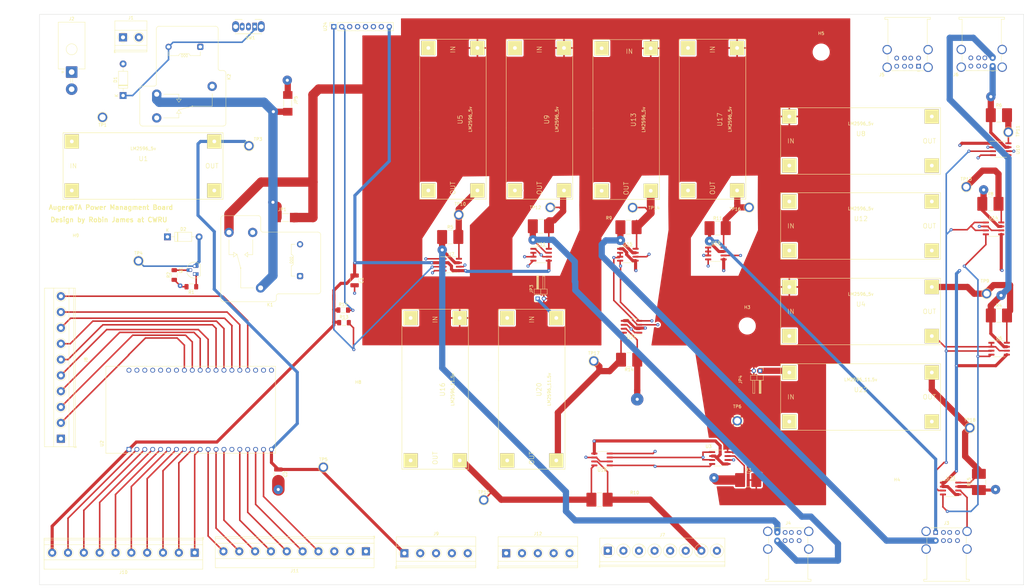
<source format=kicad_pcb>
(kicad_pcb (version 20221018) (generator pcbnew)
  (layers (0 "F.Cu" signal) (1 "In1.Cu" signal) (2 "In2.Cu" signal) (31 "B.Cu" signal) (34 "B.Paste" user) (35 "F.Paste" user) (36 "B.SilkS" user "B.Silkscreen") (37 "F.SilkS" user "F.Silkscreen") (38 "B.Mask" user) (39 "F.Mask" user) (44 "Edge.Cuts" user))
  (net 0 "")
  (net 1 "/power_conversion/3v3")
  (net 2 "-BATT")
  (net 3 "Net-(C2-Pad1)")
  (net 4 "+BATT")
  (net 5 "/power_conversion/N4")
  (net 8 "/power_conversion/N3")
  (net 11 "/power_conversion/N1")
  (net 14 "/power_conversion/N2")
  (net 17 "/power_conversion/netpw")
  (net 20 "/power_conversion/pi3")
  (net 23 "/power_conversion/pi2")
  (net 26 "/power_conversion/pi1")
  (net 29 "/power_conversion/routerp")
  (net 30 "/power_conversion/spare1")
  (net 31 "/power_conversion/spare2")
  (net 32 "Net-(J8-Pad1)")
  (net 33 "Net-(J8-Pad2)")
  (net 34 "Net-(J8-Pad3)")
  (net 35 "Net-(J8-Pad4)")
  (net 36 "Net-(J8-Pad5)")
  (net 37 "Net-(J8-Pad6)")
  (net 38 "Net-(J8-Pad7)")
  (net 39 "Net-(J8-Pad8)")
  (net 40 "Net-(J8-Pad9)")
  (net 41 "Net-(J8-Pad10)")
  (net 42 "Net-(J10-Pad1)")
  (net 43 "Net-(J10-Pad2)")
  (net 44 "Net-(J10-Pad3)")
  (net 45 "Net-(J10-Pad4)")
  (net 46 "Net-(J10-Pad5)")
  (net 47 "Net-(J10-Pad6)")
  (net 48 "Net-(J10-Pad7)")
  (net 49 "Net-(J10-Pad8)")
  (net 50 "Net-(J10-Pad9)")
  (net 51 "Net-(J11-Pad1)")
  (net 52 "Net-(J11-Pad3)")
  (net 53 "Net-(J11-Pad4)")
  (net 54 "Net-(J11-Pad5)")
  (net 55 "Net-(J11-Pad6)")
  (net 56 "Net-(J11-Pad7)")
  (net 57 "Net-(J11-Pad8)")
  (net 58 "Net-(J11-Pad9)")
  (net 59 "Net-(J11-Pad10)")
  (net 60 "Net-(JP3-Pad1)")
  (net 61 "Net-(JP4-Pad1)")
  (net 62 "Net-(R4-Pad2)")
  (net 63 "Net-(R5-Pad2)")
  (net 64 "Net-(R6-Pad2)")
  (net 65 "Net-(R7-Pad2)")
  (net 66 "Net-(R8-Pad2)")
  (net 67 "Net-(R9-Pad2)")
  (net 68 "Net-(R10-Pad2)")
  (net 69 "Net-(R11-Pad2)")
  (net 70 "/power_conversion/SCL")
  (net 71 "/power_conversion/SDA")
  (net 72 "Net-(R14-Pad2)")
  (net 73 "Net-(R15-Pad2)")
  (net 80 "Net-(JP1-Pad1)")
  (net 81 "Net-(J11-Pad2)")
  (net 82 "/power_conversion/Buck in")
  (net 83 "Net-(D1-Pad1)")
  (net 84 "Net-(D2-Pad2)")
  (net 87 "Net-(Q1-Pad2)")
  (net 88 "Net-(R1-Pad2)")
  (footprint "Package_SO:SOIC-8_3.9x4.9mm_P1.27mm" (layer "F.Cu") (at 355.229026 108.03)
    (fp_text reference "U14")
    (fp_text value "INA219AxD")
  )
  (footprint "TerminalBlock_Phoenix:TerminalBlock_Phoenix_MKDS-1,5-10-5.08_1x10_P5.08mm_Horizontal" (layer "F.Cu") (at 98.9076 212.0898 180)
    (fp_text reference "J10")
    (fp_text value "Screw_Terminal_01x10")
  )
  (footprint "TestPoint:TestPoint_Plated_Hole_D2.0mm" (layer "F.Cu") (at 272.9992 169.7736)
    (fp_text reference "TP6")
    (fp_text value "TestPoint")
  )
  (footprint "cit:JUMPER_5102TR" (layer "F.Cu") (at 128.778 67.9196 -90)
    (fp_text reference "JP5")
    (fp_text value "Jumper_2_Open")
  )
  (footprint "Diode_THT:D_DO-41_SOD81_P10.16mm_Horizontal" (layer "F.Cu") (at 75.946 65.405 90)
    (fp_text reference "D1")
    (fp_text value "1N4007")
  )
  (footprint "Connector_Molex:Molex_Mega-Fit_76825-0002_2x01_P5.70mm_Horizontal" (layer "F.Cu") (at 59.436 57.869)
    (fp_text reference "J2")
    (fp_text value "0ZCF0200AF2C")
  )
  (footprint "lm2596:DC_DC_LM2596_small" (layer "F.Cu") (at 312.557026 80)
    (fp_text reference "U8")
    (fp_text value "LM2596_5v")
  )
  (footprint "TerminalBlock_Phoenix:TerminalBlock_Phoenix_MKDS-1,5-5-5.08_1x05_P5.08mm_Horizontal" (layer "F.Cu") (at 166.196026 212.261)
    (fp_text reference "J9")
    (fp_text value "5v block")
  )
  (footprint "MountingHole:MountingHole_5mm" (layer "F.Cu") (at 276.1996 139.3444)
    (fp_text reference "H3")
    (fp_text value "MountingHole")
  )
  (footprint "Resistor_SMD:R_2816_7142Metric_Pad3.20x4.45mm_HandSolder" (layer "F.Cu") (at 350.52 189.3824 90)
    (fp_text reference "R15")
    (fp_text value "0.1")
  )
  (footprint "TestPoint:TestPoint_Plated_Hole_D2.0mm" (layer "F.Cu") (at 353.0092 128.9812)
    (fp_text reference "TP9")
    (fp_text value "TestPoint")
  )
  (footprint "MountingHole:MountingHole_5mm" (layer "F.Cu") (at 299.9232 51.4604)
    (fp_text reference "H5")
    (fp_text value "MountingHole")
  )
  (footprint "Resistor_SMD:R_2816_7142Metric_Pad3.20x4.45mm_HandSolder" (layer "F.Cu") (at 276.5044 188.7728)
    (fp_text reference "R3")
    (fp_text value "0.1")
  )
  (footprint "Package_SO:SOIC-8_3.9x4.9mm_P1.27mm" (layer "F.Cu") (at 267.4112 181.7116)
    (fp_text reference "U3")
    (fp_text value "INA219AxD")
  )
  (footprint "Relay_THT:Relay_SPDT_RAYEX-L90S" (layer "F.Cu") (at 135.257 118.229 180)
    (fp_text reference "K1")
    (fp_text value "J107F1CS203VDC.80")
  )
  (footprint "lm2596:DC_DC_LM2596_small" (layer "F.Cu") (at 209.527692 73 -90)
    (fp_text reference "U9")
    (fp_text value "LM2596_5v")
  )
  (footprint "TestPoint:TestPoint_Plated_Hole_D2.0mm" (layer "F.Cu") (at 213.0044 101.2952)
    (fp_text reference "TP12")
    (fp_text value "TestPoint")
  )
  (footprint "lm2596:DC_DC_LM2596_small" (layer "F.Cu") (at 312.557026 107.268)
    (fp_text reference "U12")
    (fp_text value "LM2596_5v")
  )
  (footprint "Resistor_SMD:R_2816_7142Metric_Pad3.20x4.45mm_HandSolder" (layer "F.Cu") (at 209.998 107.3404)
    (fp_text reference "R7")
    (fp_text value "0.1")
  )
  (footprint "Capacitor_SMD:C_1210_3225Metric_Pad1.33x2.70mm_HandSolder" (layer "F.Cu") (at 150.2156 124.714 -90)
    (fp_text reference "C1")
    (fp_text value "0.1uF")
  )
  (footprint "Resistor_SMD:R_1206_3216Metric_Pad1.30x1.75mm_HandSolder" (layer "F.Cu") (at 97.8408 126.746 180)
    (fp_text reference "R1")
    (fp_text value "1k")
  )
  (footprint "lm2596:DC_DC_LM2596_small" (layer "F.Cu") (at 312.557026 134.7)
    (fp_text reference "U4")
    (fp_text value "LM2596_5v")
  )
  (footprint "TestPoint:TestPoint_Plated_Hole_D2.0mm" (layer "F.Cu") (at 116.332 81.534)
    (fp_text reference "TP3")
    (fp_text value "TestPoint")
  )
  (footprint "Resistor_SMD:R_2816_7142Metric_Pad3.20x4.45mm_HandSolder" (layer "F.Cu") (at 180.8988 110.7948)
    (fp_text reference "R5")
    (fp_text value "0.1")
  )
  (footprint "TestPoint:TestPoint_Plated_Hole_D2.0mm" (layer "F.Cu") (at 140.208 184.658)
    (fp_text reference "TP5")
    (fp_text value "TestPoint")
  )
  (footprint "Resistor_SMD:R_1206_3216Metric_Pad1.30x1.75mm_HandSolder" (layer "F.Cu") (at 92.3544 122.9868 90)
    (fp_text reference "R2")
    (fp_text value "1k")
  )
  (footprint "lm2596:DC_DC_LM2596_small" (layer "F.Cu") (at 181.757026 73 -90)
    (fp_text reference "U5")
    (fp_text value "LM2596_5v")
  )
  (footprint "TestPoint:TestPoint_Plated_Hole_D2.0mm" (layer "F.Cu") (at 276.8092 101.2952)
    (fp_text reference "TP16")
    (fp_text value "TestPoint")
  )
  (footprint "MountingHole:MountingHole_5mm" (layer "F.Cu") (at 324.2564 194.6656)
    (fp_text reference "H4")
    (fp_text value "MountingHole")
  )
  (footprint "Resistor_SMD:R_2816_7142Metric_Pad3.20x4.45mm_HandSolder" (layer "F.Cu") (at 356.947026 71.708)
    (fp_text reference "R6")
    (fp_text value "0.1")
  )
  (footprint "lm2596:DC_DC_LM2596_small" (layer "F.Cu") (at 207.057026 159.632 -90)
    (fp_text reference "U20")
    (fp_text value "LM2596_11.5v")
  )
  (footprint "Package_SO:SOIC-8_3.9x4.9mm_P1.27mm" (layer "F.Cu") (at 357.515026 82.63)
    (fp_text reference "U10")
    (fp_text value "INA219AxD")
  )
  (footprint "TestPoint:TestPoint_Plated_Hole_D2.0mm" (layer "F.Cu") (at 191.6684 195.1736)
    (fp_text reference "TP15")
    (fp_text value "TestPoint")
  )
  (footprint "TestPoint:TestPoint_Plated_Hole_D2.0mm" (layer "F.Cu") (at 69.342 72.39 180)
    (fp_text reference "TP1")
    (fp_text value "TestPoint")
  )
  (footprint "lm2596:DC_DC_LM2596_small" (layer "F.Cu") (at 237.357026 73.1 -90)
    (fp_text reference "U13")
    (fp_text value "LM2596_5v")
  )
  (footprint "Package_SO:SOIC-8_3.9x4.9mm_P1.27mm" (layer "F.Cu") (at 237.8964 116.4844)
    (fp_text reference "U15")
    (fp_text value "INA219AxD")
  )
  (footprint "Relay_THT:Relay_SPDT_RAYEX-L90S" (layer "F.Cu") (at 95.623 47.242 -90)
    (fp_text reference "K2")
    (fp_text value "J107F1CS203VDC.80")
  )
  (footprint "TerminalBlock_Phoenix:TerminalBlock_Phoenix_MKDS-1,5-10-5.08_1x10_P5.08mm_Horizontal" (layer "F.Cu") (at 55.9818 175.514 90)
    (fp_text reference "J8")
    (fp_text value "Screw_Terminal_01x10")
  )
  (footprint "Package_SO:SOIC-8_3.9x4.9mm_P1.27mm" (layer "F.Cu") (at 181.2128 119.6848)
    (fp_text reference "U7")
    (fp_text value "INA219AxD")
  )
  (footprint "TerminalBlock_Phoenix:TerminalBlock_Phoenix_MKDS-1,5-2-5.08_1x02_P5.08mm_Horizontal" (layer "F.Cu") (at 75.912026 46.7362)
    (fp_text reference "J1")
    (fp_text value "Image shown is a representation only. Exact specifications should be obtained from the product data sheet.")
  )
  (footprint "TestPoint:TestPoint_Plated_Hole_D2.0mm" (layer "F.Cu") (at 226.9744 150.5712)
    (fp_text reference "TP17")
    (fp_text value "TestPoint")
  )
  (footprint "Resistor_SMD:R_2816_7142Metric_Pad3.20x4.45mm_HandSolder" (layer "F.Cu") (at 356.947026 135.97)
    (fp_text reference "R4")
    (fp_text value "0.1")
  )
  (footprint "TestPoint:TestPoint_Plated_Hole_D2.0mm" (layer "F.Cu") (at 346.465026 94.706)
    (fp_text reference "TP13")
    (fp_text value "TestPoint")
  )
  (footprint "Resistor_SMD:R_2816_7142Metric_Pad3.20x4.45mm_HandSolder" (layer "F.Cu") (at 228.8032 195.072 180)
    (fp_text reference "R10")
    (fp_text value "0.1")
  )
  (footprint "Capacitor_SMD:C_1210_3225Metric_Pad1.33x2.70mm_HandSolder" (layer "F.Cu") (at 125.75 186.94 -90)
    (fp_text reference "C2")
    (fp_text value "0.1")
  )
  (footprint "Connector_USB:USB_A_Wuerth_61400826021_Horizontal_Stacked" (layer "F.Cu") (at 354.9344 55.9528 180)
    (fp_text reference "J6")
    (fp_text value "USB_A_Stacked")
  )
  (footprint "Connector_PinHeader_2.00mm:PinHeader_1x02_P2.00mm_Horizontal" (layer "F.Cu") (at 208.9404 130.556 90)
    (fp_text reference "JP3")
    (fp_text value "Jumper_2_Open")
  )
  (footprint "lm2596:DC_DC_LM2596_small" (layer "F.Cu") (at 265.069026 73 -90)
    (fp_text reference "U17")
    (fp_text value "LM2596_5v")
  )
  (footprint "Package_SO:SOIC-8_3.9x4.9mm_P1.27mm" (layer "F.Cu") (at 229.616 182.1688 180)
    (fp_text reference "U18")
    (fp_text value "INA219AxD")
  )
  (footprint "MountingHole:MountingHole_5mm" (layer "F.Cu") (at 60.7568 116.332)
    (fp_text reference "H9")
    (fp_text value "MountingHole")
  )
  (footprint "Resistor_SMD:R_1206_3216Metric_Pad1.30x1.75mm_HandSolder" (layer "F.Cu") (at 146.812 138.2776)
    (fp_text reference "R13")
    (fp_text value "5k")
  )
  (footprint "Connector_USB:USB_A_Wuerth_61400826021_Horizontal_Stacked" (layer "F.Cu") (at 336.653026 205.584)
    (fp_text reference "J3")
    (fp_text value "USB_A_Stacked")
  )
  (footprint "Resistor_SMD:R_2816_7142Metric_Pad3.20x4.45mm_HandSolder" (layer "F.Cu") (at 354.213026 100.156)
    (fp_text reference "R8")
    (fp_text value "0.1")
  )
  (footprint "Package_SO:SOIC-8_3.9x4.9mm_P1.27mm" (layer "F.Cu") (at 266.1412 116.078)
    (fp_text reference "U19")
    (fp_text value "INA219AxD")
  )
  (footprint "Resistor_SMD:R_2816_7142Metric_Pad3.20x4.45mm_HandSolder" (layer "F.Cu") (at 238.3028 150.1648 180)
    (fp_text reference "R14")
    (fp_text value "0.1")
  )
  (footprint "Package_SO:SOIC-8_3.9x4.9mm_P1.27mm" (layer "F.Cu") (at 357.007026 146.638)
    (fp_text reference "U6")
    (fp_text value "INA219AxD")
  )
  (footprint "Connector_USB:USB_A_Wuerth_61400826021_Horizontal_Stacked" (layer "F.Cu") (at 331.16 56.0036 180)
    (fp_text reference "J5")
    (fp_text value "USB_A_Stacked")
  )
  (footprint "Package_TO_SOT_THT:TO-92_HandSolder" (layer "F.Cu") (at 98.8568 122.682 90)
    (fp_text reference "Q1")
    (fp_text value "2N3904")
  )
  (footprint "Button_Switch_THT:SW_CuK_OS102011MA1QN1_SPDT_Angled" (layer "F.Cu") (at 118.157026 43.3 180)
    (fp_text reference "SW1")
    (fp_text value "SW_SPDT")
  )
  (footprint "TestPoint:TestPoint_Plated_Hole_D2.0mm" (layer "F.Cu") (at 347.6244 172.0088)
    (fp_text reference "TP18")
    (fp_text value "TestPoint")
  )
  (footprint "Connector_PinHeader_2.00mm:PinHeader_1x02_P2.00mm_Horizontal" (layer "F.Cu") (at 280.3144 153.7208 -90)
    (fp_text reference "JP4")
    (fp_text value "Jumper_2_Open")
  )
  (footprint "Resistor_SMD:R_1206_3216Metric_Pad1.30x1.75mm_HandSolder" (layer "F.Cu") (at 146.558 134.239)
    (fp_text reference "R12")
    (fp_text value "5k")
  )
  (footprint "Package_SO:SOIC-8_3.9x4.9mm_P1.27mm" (layer "F.Cu") (at 210.058 116.4844)
    (fp_text reference "U11")
    (fp_text value "INA219AxD")
  )
  (footprint "Connector_PinSocket_2.54mm:PinSocket_1x08_P2.54mm_Vertical" (layer "F.Cu") (at 143.557026 43.3 90)
    (fp_text reference "U24")
    (fp_text value "MCP9808_MSOP")
  )
  (footprint "TerminalBlock_Phoenix:TerminalBlock_Phoenix_MKDS-1,5-5-5.08_1x05_P5.08mm_Horizontal" (layer "F.Cu") (at 198.851526 212.261)
    (fp_text reference "J12")
    (fp_text value "gnd block")
  )
  (footprint "libary:MODULE_ESP32-DEVKITC-32D" (layer "F.Cu") (at 97.583026 166.236 90)
    (fp_text reference "U2")
    (fp_text value "ESP32-DEVKITC-32D")
  )
  (footprint "Resistor_SMD:R_2816_7142Metric_Pad3.20x4.45mm_HandSolder" (layer "F.Cu") (at 238.0996 107.6452)
    (fp_text reference "R9")
    (fp_text value "0.1")
  )
  (footprint "Diode_THT:D_DO-41_SOD81_P10.16mm_Horizontal" (layer "F.Cu") (at 90.17 110.744)
    (fp_text reference "D2")
    (fp_text value "1N4007")
  )
  (footprint "Package_SO:SOIC-8_3.9x4.9mm_P1.27mm" (layer "F.Cu") (at 239.0648 139.5984 180)
    (fp_text reference "U21")
    (fp_text value "INA219AxD")
  )
  (footprint "lm2596:DC_DC_LM2596_small" (layer "F.Cu") (at 312.557026 162.132)
    (fp_text reference "U22")
    (fp_text value "LM2596_11.5v")
  )
  (footprint "TestPoint:TestPoint_Plated_Hole_D2.0mm" (layer "F.Cu") (at 183.642 103.6828)
    (fp_text reference "TP10")
    (fp_text value "TestPoint")
  )
  (footprint "Connector_USB:USB_A_Wuerth_61400826021_Horizontal_Stacked" (layer "F.Cu") (at 285.853026 205.584)
    (fp_text reference "J4")
    (fp_text value "USB_A_Stacked")
  )
  (footprint "Resistor_SMD:R_2816_7142Metric_Pad3.20x4.45mm_HandSolder" (layer "F.Cu") (at 266.7 107.95)
    (fp_text reference "R11")
    (fp_text value "0.1")
  )
  (footprint "TerminalBlock_Phoenix:TerminalBlock_Phoenix_MKDS-1,5-10-5.08_1x10_P5.08mm_Horizontal" (layer "F.Cu") (at 153.860526 211.651 180)
    (fp_text reference "J11")
    (fp_text value "Screw_Terminal_01x10")
  )
  (footprint "lm2596:DC_DC_LM2596_small" (layer "F.Cu") (at 176.069026 159.632 -90)
    (fp_text reference "U16")
    (fp_text value "LM2596_11.5v")
  )
  (footprint "cit:JUMPER_5102TR" (layer "F.Cu") (at 128.016 104.5464)
    (fp_text reference "JP1")
    (fp_text value "Jumper_2_Open")
  )
  (footprint "lm2596:DC_DC_LM2596_small" (layer "F.Cu") (at 82.343026 88.004)
    (fp_text reference "U1")
    (fp_text value "LM2596_5v")
  )
  (footprint "TestPoint:TestPoint_Plated_Hole_D2.0mm" (layer "F.Cu") (at 239.4204 101.346)
    (fp_text reference "TP14")
    (fp_text value "TestPoint")
  )
  (footprint "MountingHole:MountingHole_5mm" (layer "F.Cu") (at 151.384 163.3728)
    (fp_text reference "H8")
    (fp_text value "MountingHole")
  )
  (footprint "TestPoint:TestPoint_Plated_Hole_D2.0mm" (layer "F.Cu") (at 80.8736 118.4656)
    (fp_text reference "TP4")
    (fp_text value "TestPoint")
  )
  (footprint "TestPoint:TestPoint_Plated_Hole_D2.0mm" (layer "F.Cu") (at 359.9688 77.1652)
    (fp_text reference "TP11")
    (fp_text value "TestPoint")
  )
  (footprint "TerminalBlock_Phoenix:TerminalBlock_Phoenix_PT-1,5-8-5.0-H_1x08_P5.00mm_Horizontal" (layer "F.Cu") (at 231.467026 211.456)
    (fp_text reference "J7")
    (fp_text value "Screw_Terminal_01x08")
  )
  (footprint "Package_SO:SOIC-8_3.9x4.9mm_P1.27mm" (layer "F.Cu") (at 341.457026 191.5)
    (fp_text reference "U23")
    (fp_text value "INA219AxD")
  )
  (gr_rect (start 49.1108 39.37) (end 364.9472 222.37) (stroke (width 0.1)) (fill none) (layer "Edge.Cuts"))
  (gr_text "Design by Robin James at CWRU\n" (at 71.374 105.2576) (layer "F.SilkS") (effects (font (size 1.5 1.5) (thickness 0.3))))
  (gr_text "Auger@TA Power Managment Board" (at 72.0344 101.2952) (layer "F.SilkS") (effects (font (size 1.5 1.5) (thickness 0.3))))
  (segment (start 345.0806 80.725) (end 344.424 81.3816) (width 1) (layer "F.Cu") (net 1))
  (segment (start 227.076 176.276) (end 227.141 176.341) (width 1) (layer "F.Cu") (net 1))
  (segment (start 227.1268 176.2252) (end 265.9888 176.2252) (width 1) (layer "F.Cu") (net 1))
  (segment (start 268.6812 117.9464) (end 268.667 117.9322) (width 1) (layer "F.Cu") (net 1))
  (segment (start 150.2156 123.1515) (end 150.2156 119.126) (width 1) (layer "F.Cu") (net 1))
  (segment (start 355.040026 80.725) (end 355.947108 80.725) (width 1) (layer "F.Cu") (net 1))
  (segment (start 106.035698 176.577328) (end 143.553026 139.06) (width 1) (layer "F.Cu") (net 1))
  (segment (start 265.9888 176.2252) (end 267.5128 177.7492) (width 1) (layer "F.Cu") (net 1))
  (segment (start 357.704026 121.280826) (end 357.9368 121.5136) (width 1) (layer "F.Cu") (net 1))
  (segment (start 240.3714 118.3894) (end 239.464318 118.3894) (width 1) (layer "F.Cu") (net 1))
  (segment (start 343.024944 193.405) (end 343.932026 193.405) (width 1) (layer "F.Cu") (net 1))
  (segment (start 178.7378 119.0498) (end 180.240718 119.0498) (width 1) (layer "F.Cu") (net 1))
  (segment (start 145.008 134.239) (end 143.723052 134.239) (width 1) (layer "F.Cu") (net 1))
  (segment (start 53.1876 203.571426) (end 77.823026 178.936) (width 1) (layer "F.Cu") (net 1))
  (segment (start 240.214035 140.0048) (end 237.851835 137.6426) (width 0.8) (layer "F.Cu") (net 1))
  (segment (start 143.723052 134.239) (end 143.553026 134.068974) (width 1) (layer "F.Cu") (net 1))
  (segment (start 268.6304 121.5644) (end 268.6304 118.3132) (width 1) (layer "F.Cu") (net 1))
  (segment (start 143.553026 129.406) (end 143.553026 134.068974) (width 1) (layer "F.Cu") (net 1))
  (segment (start 185.801 121.5898) (end 185.8264 121.5644) (width 1) (layer "F.Cu") (net 1))
  (segment (start 358.315026 83.767082) (end 359.082944 84.535) (width 1) (layer "F.Cu") (net 1))
  (segment (start 181.737 121.5898) (end 183.6878 121.5898) (width 1) (layer "F.Cu") (net 1))
  (segment (start 355.947108 80.725) (end 358.315026 83.092918) (width 1) (layer "F.Cu") (net 1))
  (segment (start 240.734318 140.1826) (end 241.6414 140.1826) (width 1) (layer "F.Cu") (net 1))
  (segment (start 237.508518 115.759436) (end 236.328482 114.5794) (width 1) (layer "F.Cu") (net 1))
  (segment (start 145.8083 125.6669) (end 147.7002 125.6669) (width 1) (layer "F.Cu") (net 1))
  (segment (start 243.4844 140.0048) (end 240.214035 140.0048) (width 1) (layer "F.Cu") (net 1))
  (segment (start 227.076 176.276) (end 227.1268 176.2252) (width 1) (layer "F.Cu") (net 1))
  (segment (start 143.553026 139.06) (end 143.553026 138.132974) (width 1) (layer "F.Cu") (net 1))
  (segment (start 227.141 176.341) (end 227.141 180.2638) (width 1) (layer "F.Cu") (net 1))
  (segment (start 269.8862 183.6166) (end 268.383282 183.6166) (width 1) (layer "F.Cu") (net 1))
  (segment (start 357.704026 109.935) (end 357.704026 121.280826) (width 1) (layer "F.Cu") (net 1))
  (segment (start 268.6812 118.2624) (end 268.6812 117.9464) (width 1) (layer "F.Cu") (net 1))
  (segment (start 212.5472 121.5644) (end 212.5472 118.4036) (width 1) (layer "F.Cu") (net 1))
  (segment (start 359.482026 148.543) (end 355.944616 152.08041) (width 1) (layer "F.Cu") (net 1))
  (segment (start 240.3714 121.4486) (end 240.4872 121.5644) (width 1) (layer "F.Cu") (net 1))
  (segment (start 267.5128 177.7492) (end 267.5128 180.594) (width 1) (layer "F.Cu") (net 1))
  (segment (start 143.553026 138.132974) (end 145.117374 138.132974) (width 1) (layer "F.Cu") (net 1))
  (segment (start 268.6304 118.3132) (end 268.6812 118.2624) (width 1) (layer "F.Cu") (net 1))
  (segment (start 338.982026 190.865) (end 340.484944 190.865) (width 1) (layer "F.Cu") (net 1))
  (segment (start 338.982026 189.595) (end 338.982026 190.865) (width 1) (layer "F.Cu") (net 1))
  (segment (start 236.6914 137.6426) (end 237.851835 137.6426) (width 1) (layer "F.Cu") (net 1))
  (segment (start 339.56738 189.595) (end 343.32119 185.84119) (width 1) (layer "F.Cu") (net 1))
  (segment (start 340.484944 190.865) (end 343.024944 193.405) (width 1) (layer "F.Cu") (net 1))
  (segment (start 358.315026 83.092918) (end 358.315026 83.767082) (width 1) (layer "F.Cu") (net 1))
  (segment (start 267.5128 180.594) (end 266.436741 181.670059) (width 1) (layer "F.Cu") (net 1))
  (segment (start 355.944616 152.08041) (end 343.32119 152.08041) (width 1) (layer "F.Cu") (net 1))
  (segment (start 145.117374 138.132974) (end 145.262 138.2776) (width 1) (layer "F.Cu") (net 1))
  (segment (start 239.464318 118.3894) (end 237.508518 116.4336) (width 1) (layer "F.Cu") (net 1))
  (segment (start 80.181698 176.577328) (end 106.035698 176.577328) (width 1) (layer "F.Cu") (net 1))
  (segment (start 236.328482 114.5794) (end 235.4214 114.5794) (width 1) (layer "F.Cu") (net 1))
  (segment (start 268.383282 183.6166) (end 266.436741 181.670059) (width 1) (layer "F.Cu") (net 1))
  (segment (start 181.3052 120.114282) (end 181.3052 121.158) (width 1) (layer "F.Cu") (net 1))
  (segment (start 143.553026 134.068974) (end 143.553026 138.132974) (width 1) (layer "F.Cu") (net 1))
  (segment (start 77.823026 178.936) (end 80.181698 176.577328) (width 1) (layer "F.Cu") (net 1))
  (segment (start 183.6878 121.5898) (end 185.801 121.5898) (width 1) (layer "F.Cu") (net 1))
  (segment (start 147.7002 125.6669) (end 150.2156 123.1515) (width 1) (layer "F.Cu") (net 1))
  (segment (start 237.508518 116.4336) (end 237.508518 115.759436) (width 1) (layer "F.Cu") (net 1))
  (segment (start 150.2156 119.126) (end 150.3172 119.0244) (width 1) (layer "F.Cu") (net 1))
  (segment (start 355.040026 80.725) (end 345.0806 80.725) (width 1) (layer "F.Cu") (net 1))
  (segment (start 180.240718 119.0498) (end 181.3052 120.114282) (width 1) (layer "F.Cu") (net 1))
  (segment (start 53.1876 212.0898) (end 53.1876 203.571426) (width 1) (layer "F.Cu") (net 1))
  (segment (start 181.3052 121.158) (end 181.737 121.5898) (width 1) (layer "F.Cu") (net 1))
  (segment (start 240.3714 118.3894) (end 240.3714 121.4486) (width 1) (layer "F.Cu") (net 1))
  (segment (start 143.5588 127.9164) (end 145.8083 125.6669) (width 1) (layer "F.Cu") (net 1))
  (segment (start 178.7378 119.0498) (end 174.9298 119.0498) (width 1) (layer "F.Cu") (net 1))
  (segment (start 359.082944 84.535) (end 359.990026 84.535) (width 1) (layer "F.Cu") (net 1))
  (segment (start 266.436741 181.670059) (end 265.843282 181.0766) (width 1) (layer "F.Cu") (net 1))
  (segment (start 338.982026 189.595) (end 339.56738 189.595) (width 1) (layer "F.Cu") (net 1))
  (segment (start 212.5472 118.4036) (end 212.533 118.3894) (width 1) (layer "F.Cu") (net 1))
  (segment (start 143.5588 130.9116) (end 143.5588 127.9164) (width 1) (layer "F.Cu") (net 1))
  (segment (start 265.843282 181.0766) (end 264.9362 181.0766) (width 1) (layer "F.Cu") (net 1))
  (via (at 344.424 81.3816) (size 1) (drill 0.4) (layers "F.Cu" "B.Cu") (net 1))
  (via (at 343.32119 152.08041) (size 1) (drill 0.4) (layers "F.Cu" "B.Cu") (net 1))
  (via (at 343.32119 185.84119) (size 1) (drill 0.4) (layers "F.Cu" "B.Cu") (net 1))
  (via (at 268.6304 121.5644) (size 1) (drill 0.4) (layers "F.Cu" "B.Cu") (net 1))
  (via (at 243.4844 140.0048) (size 1) (drill 0.4) (layers "F.Cu" "B.Cu") (net 1))
  (via (at 357.9368 121.5136) (size 1) (drill 0.4) (layers "F.Cu" "B.Cu") (net 1))
  (via (at 150.3172 119.0244) (size 1) (drill 0.4) (layers "F.Cu" "B.Cu") (net 1))
  (via (at 212.5472 121.5644) (size 1) (drill 0.4) (layers "F.Cu" "B.Cu") (net 1))
  (via (at 227.076 176.276) (size 1) (drill 0.4) (layers "F.Cu" "B.Cu") (net 1))
  (via (at 240.4872 121.5644) (size 1) (drill 0.4) (layers "F.Cu" "B.Cu") (net 1))
  (via (at 344.3224 121.5644) (size 1) (drill 0.4) (layers "F.Cu" "B.Cu") (net 1))
  (via (at 174.9298 119.0498) (size 1) (drill 0.4) (layers "F.Cu" "B.Cu") (net 1))
  (via (at 185.8264 121.5644) (size 1) (drill 0.4) (layers "F.Cu" "B.Cu") (net 1))
  (segment (start 150.3172 97.470092) (end 161.337026 86.450266) (width 1) (layer "B.Cu") (net 1))
  (segment (start 212.2932 121.8184) (end 186.0804 121.8184) (width 1) (layer "B.Cu") (net 1))
  (segment (start 212.5472 121.5644) (end 212.2932 121.8184) (width 1) (layer "B.Cu") (net 1))
  (segment (start 150.3172 119.0244) (end 150.3172 97.470092) (width 1) (layer "B.Cu") (net 1))
  (segment (start 174.9298 119.0498) (end 174.9044 119.0244) (width 1) (layer "B.Cu") (net 1))
  (segment (start 186.0804 121.8184) (end 185.8264 121.5644) (width 1) (layer "B.Cu") (net 1))
  (segment (start 343.32119 122.56561) (end 343.32119 152.08041) (width 1) (layer "B.Cu") (net 1))
  (segment (start 174.9044 119.0244) (end 150.3172 119.0244) (width 1) (layer "B.Cu") (net 1))
  (segment (start 161.337026 86.450266) (end 161.337026 43.3) (width 1) (layer "B.Cu") (net 1))
  (segment (start 343.32119 152.08041) (end 343.32119 185.84119) (width 1) (layer "B.Cu") (net 1))
  (segment (start 344.3224 121.5644) (end 343.32119 122.56561) (width 1) (layer "B.Cu") (net 1))
  (segment (start 241.6414 141.4526) (end 240.1062 141.4526) (width 0.5) (layer "F.Cu") (net 2))
  (segment (start 355.8578 146.003) (end 357.1278 147.273) (width 0.5) (layer "F.Cu") (net 2))
  (segment (start 125.757026 191.772974) (end 125.72 191.81) (width 0.5) (layer "F.Cu") (net 2))
  (segment (start 354.532026 146.003) (end 354.532026 144.733) (width 0.5) (layer "F.Cu") (net 2))
  (segment (start 227.768032 181.5338) (end 227.141 181.5338) (width 0.5) (layer "F.Cu") (net 2))
  (segment (start 240.3714 117.1194) (end 243.9162 117.1194) (width 0.5) (layer "F.Cu") (net 2))
  (segment (start 354.577554 108.665) (end 353.307554 107.395) (width 0.5) (layer "F.Cu") (net 2))
  (segment (start 210.100564 116.543436) (end 208.136528 114.5794) (width 0.5) (layer "F.Cu") (net 2))
  (segment (start 183.6878 120.3198) (end 185.0898 120.3198) (width 0.5) (layer "F.Cu") (net 2))
  (segment (start 99.3908 123.216) (end 98.8568 122.682) (width 0.5) (layer "F.Cu") (net 2))
  (segment (start 359.990026 83.265) (end 361.6922 83.265) (width 0.5) (layer "F.Cu") (net 2))
  (segment (start 150.2156 126.2765) (end 150.2156 128.8288) (width 0.5) (layer "F.Cu") (net 2))
  (segment (start 99.3908 126.746) (end 99.3908 123.216) (width 0.5) (layer "F.Cu") (net 2))
  (segment (start 354.532026 146.003) (end 355.8578 146.003) (width 0.5) (layer "F.Cu") (net 2))
  (segment (start 352.754026 107.395) (end 350.6762 107.395) (width 0.5) (layer "F.Cu") (net 2))
  (segment (start 271.8054 182.3466) (end 271.8308 182.3212) (width 0.5) (layer "F.Cu") (net 2))
  (segment (start 240.1062 141.4526) (end 238.9632 140.3096) (width 0.5) (layer "F.Cu") (net 2))
  (segment (start 185.0898 120.3198) (end 185.6232 119.7864) (width 0.5) (layer "F.Cu") (net 2))
  (segment (start 354.532026 146.003) (end 339.6018 146.003) (width 0.5) (layer "F.Cu") (net 2))
  (segment (start 227.141 181.5338) (end 224.5106 181.5338) (width 0.5) (layer "F.Cu") (net 2))
  (segment (start 238.9632 140.3096) (end 237.5662 138.9126) (width 0.5) (layer "F.Cu") (net 2))
  (segment (start 357.704026 108.665) (end 354.577554 108.665) (width 0.5) (layer "F.Cu") (net 2))
  (segment (start 125.757026 189.125) (end 125.757026 191.772974) (width 4) (layer "F.Cu") (net 2))
  (segment (start 355.040026 81.995) (end 353.4194 81.995) (width 0.5) (layer "F.Cu") (net 2))
  (segment (start 350.6762 107.395) (end 350.6724 107.3912) (width 0.5) (layer "F.Cu") (net 2))
  (segment (start 353.307554 107.395) (end 352.754026 107.395) (width 0.5) (layer "F.Cu") (net 2))
  (segment (start 210.676528 117.1194) (end 210.100564 116.543436) (width 0.5) (layer "F.Cu") (net 2))
  (segment (start 336.820218 143.221418) (end 336.442331 143.599305) (width 0.5) (layer "F.Cu") (net 2))
  (segment (start 353.4194 81.995) (end 353.4156 81.9912) (width 0.5) (layer "F.Cu") (net 2))
  (segment (start 201.653692 95.86) (end 202.9972 95.86) (width 2) (layer "F.Cu") (net 2))
  (segment (start 346.723026 194.372472) (end 346.723026 205.234) (width 0.5) (layer "F.Cu") (net 2))
  (segment (start 229.038032 182.8038) (end 227.768032 181.5338) (width 0.5) (layer "F.Cu") (net 2))
  (segment (start 268.6162 116.713) (end 274.0406 116.713) (width 0.5) (layer "F.Cu") (net 2))
  (segment (start 232.091 182.8038) (end 229.038032 182.8038) (width 0.5) (layer "F.Cu") (net 2))
  (segment (start 208.136528 114.5794) (end 207.583 114.5794) (width 0.5) (layer "F.Cu") (net 2))
  (segment (start 269.8862 182.3466) (end 271.8054 182.3466) (width 0.5) (layer "F.Cu") (net 2))
  (segment (start 361.6922 83.265) (end 361.696 83.2612) (width 0.5) (layer "F.Cu") (net 2))
  (segment (start 237.5662 138.9126) (end 236.6914 138.9126) (width 0.5) (layer "F.Cu") (net 2))
  (segment (start 199.183026 182.492) (end 200.0828 182.492) (width 0.5) (layer "F.Cu") (net 2))
  (segment (start 243.9162 117.1194) (end 244.7036 116.332) (width 0.5) (layer "F.Cu") (net 2))
  (segment (start 343.932026 192.135) (end 344.485554 192.135) (width 0.5) (layer "F.Cu") (net 2))
  (segment (start 357.1278 147.273) (end 359.482026 147.273) (width 0.5) (layer "F.Cu") (net 2))
  (segment (start 344.485554 192.135) (end 346.723026 194.372472) (width 0.5) (layer "F.Cu") (net 2))
  (segment (start 339.6018 146.003) (end 336.820218 143.221418) (width 0.5) (layer "F.Cu") (net 2))
  (segment (start 229.483026 95.96) (end 231.1896 95.96) (width 0.5) (layer "F.Cu") (net 2))
  (segment (start 224.5106 181.5338) (end 224.4344 181.4576) (width 0.5) (layer "F.Cu") (net 2))
  (segment (start 212.533 117.1194) (end 210.676528 117.1194) (width 0.5) (layer "F.Cu") (net 2))
  (via (at 361.696 83.2612) (size 1) (drill 0.4) (layers "F.Cu" "B.Cu") (net 2))
  (via (at 224.4344 181.4576) (size 1) (drill 0.4) (layers "F.Cu" "B.Cu") (net 2))
  (via (at 244.7036 116.332) (size 1) (drill 0.4) (layers "F.Cu" "B.Cu") (net 2))
  (via (at 353.4156 81.9912) (size 1) (drill 0.4) (layers "F.Cu" "B.Cu") (net 2))
  (via (at 185.6232 119.7864) (size 1) (drill 0.4) (layers "F.Cu" "B.Cu") (net 2))
  (via (at 271.8308 182.3212) (size 1) (drill 0.4) (layers "F.Cu" "B.Cu") (net 2))
  (via (at 238.9632 140.3096) (size 1) (drill 0.4) (layers "F.Cu" "B.Cu") (net 2))
  (via (at 125.72 191.81) (size 3) (drill 1) (layers "F.Cu" "B.Cu") (net 2))
  (via (at 150.2156 128.8288) (size 1) (drill 0.4) (layers "F.Cu" "B.Cu") (net 2))
  (via (at 210.100564 116.543436) (size 1) (drill 0.4) (layers "F.Cu" "B.Cu") (net 2))
  (via (at 350.6724 107.3912) (size 1) (drill 0.4) (layers "F.Cu" "B.Cu") (net 2))
  (via (at 274.0406 116.713) (size 1) (drill 0.4) (layers "F.Cu" "B.Cu") (net 2))
  (segment (start 125.75 185.3775) (end 139.312526 185.3775) (width 1) (layer "F.Cu") (net 3))
  (segment (start 123.543026 183.170526) (end 125.75 185.3775) (width 1) (layer "F.Cu") (net 3))
  (segment (start 139.312526 185.3775) (end 166.196026 212.261) (width 1) (layer "F.Cu") (net 3))
  (segment (start 123.543026 178.936) (end 123.543026 183.170526) (width 1) (layer "F.Cu") (net 3))
  (segment (start 105.2068 109.0676) (end 99.9744 103.8352) (width 1) (layer "B.Cu") (net 3))
  (segment (start 105.2068 127.5588) (end 105.2068 109.0676) (width 1) (layer "B.Cu") (net 3))
  (segment (start 116.157026 81.359026) (end 116.332 81.534) (width 0.5) (layer "B.Cu") (net 3))
  (segment (start 105.203026 80.13) (end 114.928 80.13) (width 1) (layer "B.Cu") (net 3))
  (segment (start 131.826 154.178) (end 131.826 170.653026) (width 1) (layer "B.Cu") (net 3))
  (segment (start 114.928 80.13) (end 116.332 81.534) (width 1) (layer "B.Cu") (net 3))
  (segment (start 99.9744 80.9244) (end 100.7688 80.13) (width 1) (layer "B.Cu") (net 3))
  (segment (start 131.826 170.653026) (end 123.543026 178.936) (width 1) (layer "B.Cu") (net 3))
  (segment (start 99.9744 103.8352) (end 99.9744 80.9244) (width 1) (layer "B.Cu") (net 3))
  (segment (start 100.7688 80.13) (end 105.203026 80.13) (width 1) (layer "B.Cu") (net 3))
  (segment (start 105.2068 127.5588) (end 131.826 154.178) (width 1) (layer "B.Cu") (net 3))
  (segment (start 105.203026 127.555026) (end 105.2068 127.5588) (width 1) (layer "B.Cu") (net 3))
  (segment (start 128.778 65.2321) (end 128.778 60.6552) (width 2) (layer "F.Cu") (net 4))
  (segment (start 128.778 60.6552) (end 128.6256 60.5028) (width 0.5) (layer "F.Cu") (net 4))
  (via (at 128.6256 60.5028) (size 3) (drill 1) (layers "F.Cu" "B.Cu") (net 4))
  (segment (start 268.6162 115.443) (end 267.113282 115.443) (width 1) (layer "F.Cu") (net 5))
  (segment (start 267.113282 115.443) (end 264.1 112.429718) (width 1) (layer "F.Cu") (net 5))
  (segment (start 264.1 112.429718) (end 264.1 112.1248) (width 1) (layer "F.Cu") (net 5))
  (segment (start 264.1 112.1248) (end 264.1 107.95) (width 1) (layer "F.Cu") (net 5))
  (via (at 264.1 112.1248) (size 3) (drill 1) (layers "F.Cu" "B.Cu") (net 5))
  (segment (start 266.7092 112.1248) (end 264.1 112.1248) (width 1) (layer "B.Cu") (net 5))
  (segment (start 336.653026 205.584) (end 336.653026 182.068626) (width 1) (layer "B.Cu") (net 5))
  (segment (start 336.653026 182.068626) (end 266.7092 112.1248) (width 1) (layer "B.Cu") (net 5))
  (segment (start 239.464318 115.8494) (end 235.4996 111.884682) (width 1) (layer "F.Cu") (net 8))
  (segment (start 235.4996 111.884682) (end 235.4996 107.6452) (width 2) (layer "F.Cu") (net 8))
  (segment (start 240.3714 115.8494) (end 239.464318 115.8494) (width 1) (layer "F.Cu") (net 8))
  (via (at 235.4996 111.884682) (size 3) (drill 1) (layers "F.Cu" "B.Cu") (net 8))
  (segment (start 229.5144 113.1824) (end 229.5144 116.84) (width 2) (layer "B.Cu") (net 8))
  (segment (start 320.8784 208.204) (end 336.653026 208.204) (width 2) (layer "B.Cu") (net 8))
  (segment (start 229.5144 116.84) (end 320.8784 208.204) (width 2) (layer "B.Cu") (net 8))
  (segment (start 230.812118 111.884682) (end 229.5144 113.1824) (width 2) (layer "B.Cu") (net 8))
  (segment (start 235.4996 111.884682) (end 230.812118 111.884682) (width 2) (layer "B.Cu") (net 8))
  (segment (start 178.2988 110.7948) (end 178.2988 114.9004) (width 2) (layer "F.Cu") (net 11))
  (segment (start 182.4482 119.0498) (end 178.3334 114.935) (width 1) (layer "F.Cu") (net 11))
  (segment (start 178.2988 114.9004) (end 178.3334 114.935) (width 2) (layer "F.Cu") (net 11))
  (segment (start 183.6878 119.0498) (end 182.4482 119.0498) (width 1) (layer "F.Cu") (net 11))
  (via (at 178.3334 114.935) (size 3) (drill 1) (layers "F.Cu" "B.Cu") (net 11))
  (segment (start 284.703027 201.723419) (end 285.853026 202.873418) (width 2) (layer "B.Cu") (net 11))
  (segment (start 285.853026 202.873418) (end 285.853026 205.584) (width 2) (layer "B.Cu") (net 11))
  (segment (start 218.0336 192.532) (end 218.0336 198.7804) (width 2) (layer "B.Cu") (net 11))
  (segment (start 218.0336 198.7804) (end 220.976619 201.723419) (width 2) (layer "B.Cu") (net 11))
  (segment (start 178.3334 114.935) (end 178.3334 152.8318) (width 2) (layer "B.Cu") (net 11))
  (segment (start 178.3334 152.8318) (end 218.0336 192.532) (width 2) (layer "B.Cu") (net 11))
  (segment (start 220.976619 201.723419) (end 284.703027 201.723419) (width 2) (layer "B.Cu") (net 11))
  (segment (start 207.476459 111.699941) (end 211.625918 115.8494) (width 0.5) (layer "F.Cu") (net 14))
  (segment (start 207.398 111.621482) (end 207.476459 111.699941) (width 2) (layer "F.Cu") (net 14))
  (segment (start 211.625918 115.8494) (end 212.533 115.8494) (width 0.5) (layer "F.Cu") (net 14))
  (segment (start 207.398 107.3404) (end 207.398 111.621482) (width 2) (layer "F.Cu") (net 14))
  (via (at 207.476459 111.699941) (size 3) (drill 1) (layers "F.Cu" "B.Cu") (net 14))
  (segment (start 221.0308 127.8128) (end 221.0308 125.21093) (width 2) (layer "B.Cu") (net 14))
  (segment (start 220.8784 125.05853) (end 220.8784 118.7196) (width 2) (layer "B.Cu") (net 14))
  (segment (start 213.858741 111.699941) (end 207.476459 111.699941) (width 2) (layer "B.Cu") (net 14))
  (segment (start 292.021309 214.63) (end 285.853026 208.461717) (width 2) (layer "B.Cu") (net 14))
  (segment (start 285.853026 208.461717) (end 285.853026 208.204) (width 2) (layer "B.Cu") (net 14))
  (segment (start 305.308 209.188392) (end 305.308 214.63) (width 2) (layer "B.Cu") (net 14))
  (segment (start 293.7256 200.5076) (end 296.627208 200.5076) (width 2) (layer "B.Cu") (net 14))
  (segment (start 305.308 214.63) (end 292.021309 214.63) (width 2) (layer "B.Cu") (net 14))
  (segment (start 221.0308 125.21093) (end 220.8784 125.05853) (width 2) (layer "B.Cu") (net 14))
  (segment (start 220.8784 118.7196) (end 213.858741 111.699941) (width 2) (layer "B.Cu") (net 14))
  (segment (start 221.0308 127.8128) (end 293.7256 200.5076) (width 2) (layer "B.Cu") (net 14))
  (segment (start 296.627208 200.5076) (end 305.308 209.188392) (width 2) (layer "B.Cu") (net 14))
  (segment (start 228.048082 182.8038) (end 231.4032 186.158918) (width 0.5) (layer "F.Cu") (net 17))
  (segment (start 231.4032 195.072) (end 245.083026 195.072) (width 2) (layer "F.Cu") (net 17))
  (segment (start 231.4032 186.158918) (end 231.4032 195.072) (width 0.5) (layer "F.Cu") (net 17))
  (segment (start 245.083026 195.072) (end 261.467026 211.456) (width 2) (layer "F.Cu") (net 17))
  (segment (start 227.141 182.8038) (end 228.048082 182.8038) (width 0.5) (layer "F.Cu") (net 17))
  (segment (start 352.019426 101.178435) (end 352.019426 95.687409) (width 2) (layer "F.Cu") (net 20))
  (segment (start 357.704026 107.395) (end 356.796944 107.395) (width 1) (layer "F.Cu") (net 20))
  (segment (start 356.796944 107.395) (end 351.613026 102.211082) (width 1) (layer "F.Cu") (net 20))
  (segment (start 352.019426 95.687409) (end 352.044 95.662835) (width 2) (layer "F.Cu") (net 20))
  (segment (start 351.613026 102.211082) (end 351.613026 100.156) (width 1) (layer "F.Cu") (net 20))
  (via (at 352.044 95.662835) (size 3) (drill 1) (layers "F.Cu" "B.Cu") (net 20))
  (segment (start 359.082944 81.995) (end 354.347026 77.259082) (width 1) (layer "F.Cu") (net 23))
  (segment (start 354.347026 71.708) (end 354.347026 65.768974) (width 2) (layer "F.Cu") (net 23))
  (segment (start 359.990026 81.995) (end 359.082944 81.995) (width 1) (layer "F.Cu") (net 23))
  (segment (start 354.347026 77.259082) (end 354.347026 71.708) (width 1) (layer "F.Cu") (net 23))
  (via (at 354.347026 65.768974) (size 3) (drill 1) (layers "F.Cu" "B.Cu") (net 23))
  (segment (start 354.347026 65.768974) (end 354.9344 65.1816) (width 2) (layer "B.Cu") (net 23))
  (segment (start 354.9344 65.1816) (end 354.9344 55.9528) (width 2) (layer "B.Cu") (net 23))
  (segment (start 354.347026 141.775082) (end 354.347026 135.97) (width 1) (layer "F.Cu") (net 26))
  (segment (start 359.482026 146.003) (end 358.574944 146.003) (width 1) (layer "F.Cu") (net 26))
  (segment (start 354.347026 132.824974) (end 357.632 129.54) (width 2) (layer "F.Cu") (net 26))
  (segment (start 358.574944 146.003) (end 354.347026 141.775082) (width 1) (layer "F.Cu") (net 26))
  (segment (start 354.347026 135.97) (end 354.347026 132.824974) (width 2) (layer "F.Cu") (net 26))
  (via (at 357.632 129.54) (size 3) (drill 1) (layers "F.Cu" "B.Cu") (net 26))
  (segment (start 341.1728 46.8884) (end 341.1728 66.6496) (width 2) (layer "B.Cu") (net 26))
  (segment (start 360.0196 85.4964) (end 360.0196 127.1524) (width 2) (layer "B.Cu") (net 26))
  (segment (start 360.0196 127.1524) (end 357.632 129.54) (width 2) (layer "B.Cu") (net 26))
  (segment (start 341.1728 66.6496) (end 360.0196 85.4964) (width 2) (layer "B.Cu") (net 26))
  (segment (start 348.747717 46.8884) (end 341.1728 46.8884) (width 2) (layer "B.Cu") (net 26))
  (segment (start 354.9344 53.075083) (end 348.747717 46.8884) (width 2) (layer "B.Cu") (net 26))
  (segment (start 354.9344 53.3328) (end 354.9344 53.075083) (width 2) (layer "B.Cu") (net 26))
  (segment (start 269.892359 181.070441) (end 269.8862 181.0766) (width 0.5) (layer "F.Cu") (net 29))
  (segment (start 266.2428 188.7728) (end 265.5316 188.0616) (width 2) (layer "F.Cu") (net 29))
  (segment (start 275.265959 188.766641) (end 275.265959 184.181559) (width 0.5) (layer "F.Cu") (net 29))
  (segment (start 273.9044 188.7728) (end 266.2428 188.7728) (width 3) (layer "F.Cu") (net 29))
  (segment (start 272.154841 181.070441) (end 269.892359 181.070441) (width 0.5) (layer "F.Cu") (net 29))
  (segment (start 275.265959 184.181559) (end 272.154841 181.070441) (width 0.5) (layer "F.Cu") (net 29))
  (via (at 265.5316 188.0616) (size 3) (drill 1) (layers "F.Cu" "B.Cu") (net 29))
  (segment (start 240.8936 159.9876) (end 240.9028 159.9784) (width 0.5) (layer "F.Cu") (net 30))
  (segment (start 240.9028 143.840472) (end 237.244928 140.1826) (width 0.5) (layer "F.Cu") (net 30))
  (segment (start 240.9028 150.1648) (end 240.9028 143.840472) (width 0.5) (layer "F.Cu") (net 30))
  (segment (start 237.244928 140.1826) (end 236.6914 140.1826) (width 0.5) (layer "F.Cu") (net 30))
  (segment (start 240.8936 162.8648) (end 240.8936 159.9876) (width 2) (layer "F.Cu") (net 30))
  (segment (start 240.9028 150.1648) (end 240.9028 159.9784) (width 2) (layer "F.Cu") (net 30))
  (via (at 240.8936 162.8648) (size 4) (drill 1) (layers "F.Cu" "B.Cu") (net 30))
  (segment (start 349.4026 190.865) (end 350.52 191.9824) (width 1) (layer "F.Cu") (net 31))
  (segment (start 343.932026 190.865) (end 349.4026 190.865) (width 1) (layer "F.Cu") (net 31))
  (segment (start 355.854 191.8208) (end 355.6924 191.9824) (width 1) (layer "F.Cu") (net 31))
  (segment (start 350.52 191.9824) (end 355.6924 191.9824) (width 1) (layer "F.Cu") (net 31))
  (via (at 355.854 191.8208) (size 3) (drill 1) (layers "F.Cu" "B.Cu") (net 31))
  (segment (start 77.724 148.59) (end 83.114 143.2) (width 0.5) (layer "F.Cu") (net 33))
  (segment (start 55.9818 170.434) (end 77.724 148.6918) (width 0.5) (layer "F.Cu") (net 33))
  (segment (start 83.114 143.2) (end 93.29 143.2) (width 0.5) (layer "F.Cu") (net 33))
  (segment (start 77.724 148.6918) (end 77.724 148.59) (width 0.5) (layer "F.Cu") (net 33))
  (segment (start 95.603026 145.513026) (end 95.603026 153.536) (width 0.5) (layer "F.Cu") (net 33))
  (segment (start 93.29 143.2) (end 95.603026 145.513026) (width 0.5) (layer "F.Cu") (net 33))
  (segment (start 95.98 142.3) (end 79.2064 142.3) (width 0.5) (layer "F.Cu") (net 34))
  (segment (start 79.0358 142.3) (end 79.2064 142.3) (width 0.5) (layer "F.Cu") (net 34))
  (segment (start 98.143026 144.463026) (end 95.98 142.3) (width 0.5) (layer "F.Cu") (net 34))
  (segment (start 98.143026 153.536) (end 98.143026 144.463026) (width 0.5) (layer "F.Cu") (net 34))
  (segment (start 55.9818 165.354) (end 79.0358 142.3) (width 0.5) (layer "F.Cu") (net 34))
  (segment (start 100.683026 153.536) (end 100.683026 143.403026) (width 0.5) (layer "F.Cu") (net 35))
  (segment (start 74.8558 141.4) (end 98.68 141.4) (width 0.5) (layer "F.Cu") (net 35))
  (segment (start 100.683026 143.403026) (end 98.68 141.4) (width 0.5) (layer "F.Cu") (net 35))
  (segment (start 55.9818 160.274) (end 74.8558 141.4) (width 0.5) (layer "F.Cu") (net 35))
  (segment (start 70.6758 140.5) (end 100.09 140.5) (width 0.5) (layer "F.Cu") (net 36))
  (segment (start 103.223026 143.633026) (end 100.09 140.5) (width 0.5) (layer "F.Cu") (net 36))
  (segment (start 103.223026 153.536) (end 103.223026 143.633026) (width 0.5) (layer "F.Cu") (net 36))
  (segment (start 55.9818 155.194) (end 70.6758 140.5) (width 0.5) (layer "F.Cu") (net 36))
  (segment (start 69.0016 139.424) (end 69.4656 138.96) (width 0.5) (layer "F.Cu") (net 37))
  (segment (start 58.2676 150.114) (end 55.9818 150.114) (width 0.5) (layer "F.Cu") (net 37))
  (segment (start 104.62 138.96) (end 69.4656 138.96) (width 0.5) (layer "F.Cu") (net 37))
  (segment (start 68.9576 139.424) (end 69.0016 139.424) (width 0.5) (layer "F.Cu") (net 37))
  (segment (start 105.763026 140.103026) (end 104.62 138.96) (width 0.5) (layer "F.Cu") (net 37))
  (segment (start 105.763026 153.536) (end 105.763026 140.103026) (width 0.5) (layer "F.Cu") (net 37))
  (segment (start 58.2676 150.114) (end 68.9576 139.424) (width 0.5) (layer "F.Cu") (net 37))
  (segment (start 66.2328 137.78) (end 105.89 137.78) (width 0.5) (layer "F.Cu") (net 38))
  (segment (start 105.89 137.78) (end 108.303026 140.193026) (width 0.5) (layer "F.Cu") (net 38))
  (segment (start 58.9788 145.034) (end 66.2328 137.78) (width 0.5) (layer "F.Cu") (net 38))
  (segment (start 55.9818 145.034) (end 58.9788 145.034) (width 0.5) (layer "F.Cu") (net 38))
  (segment (start 108.303026 140.193026) (end 108.303026 153.536) (width 0.5) (layer "F.Cu") (net 38))
  (segment (start 108.4852 136.8552) (end 108.624 136.994) (width 0.5) (layer "F.Cu") (net 39))
  (segment (start 110.87 139.24) (end 108.624 136.994) (width 0.5) (layer "F.Cu") (net 39))
  (segment (start 59.0806 136.8552) (end 108.4852 136.8552) (width 0.5) (layer "F.Cu") (net 39))
  (segment (start 55.9818 139.954) (end 59.0806 136.8552) (width 0.5) (layer "F.Cu") (net 39))
  (segment (start 110.843026 139.266974) (end 110.87 139.24) (width 0.5) (layer "F.Cu") (net 39))
  (segment (start 110.843026 153.536) (end 110.843026 139.266974) (width 0.5) (layer "F.Cu") (net 39))
  (segment (start 113.383026 138.943026) (end 113.383026 153.536) (width 0.5) (layer "F.Cu") (net 40))
  (segment (start 55.9818 134.874) (end 109.314 134.874) (width 0.5) (layer "F.Cu") (net 40))
  (segment (start 109.314 134.874) (end 113.383026 138.943026) (width 0.5) (layer "F.Cu") (net 40))
  (segment (start 115.923026 137.653026) (end 115.923026 153.536) (width 0.5) (layer "F.Cu") (net 41))
  (segment (start 55.9818 129.794) (end 108.064 129.794) (width 0.5) (layer "F.Cu") (net 41))
  (segment (start 108.064 129.794) (end 115.923026 137.653026) (width 0.5) (layer "F.Cu") (net 41))
  (segment (start 98.9076 212.0898) (end 98.9076 180.711426) (width 0.5) (layer "F.Cu") (net 42))
  (segment (start 98.9076 180.711426) (end 100.683026 178.936) (width 0.5) (layer "F.Cu") (net 42))
  (segment (start 93.8276 183.251426) (end 98.143026 178.936) (width 0.5) (layer "F.Cu") (net 43))
  (segment (start 93.8276 212.0898) (end 93.8276 183.251426) (width 0.5) (layer "F.Cu") (net 43))
  (segment (start 88.7476 185.791426) (end 95.603026 178.936) (width 0.5) (layer "F.Cu") (net 44))
  (segment (start 88.7476 212.0898) (end 88.7476 185.791426) (width 0.5) (layer "F.Cu") (net 44))
  (segment (start 83.6676 188.331426) (end 93.063026 178.936) (width 0.5) (layer "F.Cu") (net 45))
  (segment (start 83.6676 212.0898) (end 83.6676 188.331426) (width 0.5) (layer "F.Cu") (net 45))
  (segment (start 78.5876 190.871426) (end 90.523026 178.936) (width 0.5) (layer "F.Cu") (net 46))
  (segment (start 78.5876 212.0898) (end 78.5876 190.871426) (width 0.5) (layer "F.Cu") (net 46))
  (segment (start 73.5076 193.411426) (end 87.983026 178.936) (width 0.5) (layer "F.Cu") (net 47))
  (segment (start 73.5076 212.0898) (end 73.5076 193.411426) (width 0.5) (layer "F.Cu") (net 47))
  (segment (start 68.4276 195.951426) (end 85.443026 178.936) (width 0.5) (layer "F.Cu") (net 48))
  (segment (start 68.4276 212.0898) (end 68.4276 195.951426) (width 0.5) (layer "F.Cu") (net 48))
  (segment (start 63.3476 198.491426) (end 63.457113 198.381913) (width 0.5) (layer "F.Cu") (net 49))
  (segment (start 63.3476 212.0898) (end 63.3476 198.491426) (width 0.5) (layer "F.Cu") (net 49))
  (segment (start 82.903026 178.936) (end 63.457113 198.381913) (width 0.5) (layer "F.Cu") (net 49))
  (segment (start 58.2676 201.031426) (end 80.363026 178.936) (width 0.5) (layer "F.Cu") (net 50))
  (segment (start 58.2676 212.0898) (end 58.2676 201.031426) (width 0.5) (layer "F.Cu") (net 50))
  (segment (start 121.003026 178.936) (end 121.003026 194.0335) (width 0.5) (layer "F.Cu") (net 53))
  (segment (start 121.003026 194.0335) (end 138.620526 211.651) (width 0.5) (layer "F.Cu") (net 53))
  (segment (start 118.463026 178.936) (end 118.463026 196.5735) (width 0.5) (layer "F.Cu") (net 54))
  (segment (start 118.463026 196.5735) (end 133.540526 211.651) (width 0.5) (layer "F.Cu") (net 54))
  (segment (start 115.923026 178.936) (end 115.923026 199.1135) (width 0.5) (layer "F.Cu") (net 55))
  (segment (start 115.923026 199.1135) (end 128.460526 211.651) (width 0.5) (layer "F.Cu") (net 55))
  (segment (start 113.383026 201.6535) (end 123.380526 211.651) (width 0.5) (layer "F.Cu") (net 56))
  (segment (start 113.383026 178.936) (end 113.383026 201.6535) (width 0.5) (layer "F.Cu") (net 56))
  (segment (start 108.303026 178.936) (end 108.303026 201.6535) (width 0.5) (layer "F.Cu") (net 57))
  (segment (start 108.303026 201.6535) (end 118.300526 211.651) (width 0.5) (layer "F.Cu") (net 57))
  (segment (start 105.763026 204.1935) (end 113.220526 211.651) (width 0.5) (layer "F.Cu") (net 58))
  (segment (start 105.763026 178.936) (end 105.763026 204.1935) (width 0.5) (layer "F.Cu") (net 58))
  (segment (start 103.223026 206.7335) (end 108.140526 211.651) (width 0.5) (layer "F.Cu") (net 59))
  (segment (start 103.223026 178.936) (end 103.223026 206.7335) (width 0.5) (layer "F.Cu") (net 59))
  (segment locked (start 208.757026 130.598) (end 214.931026 136.772) (width 1) (layer "B.Cu") (net 60))
  (segment (start 289.159826 153.7208) (end 289.697026 154.258) (width 2) (layer "F.Cu") (net 61))
  (segment (start 280.3144 153.7208) (end 289.159826 153.7208) (width 2) (layer "F.Cu") (net 61))
  (segment (start 360.5276 134.4676) (end 360.5276 126.224174) (width 2) (layer "F.Cu") (net 62))
  (segment (start 349.009826 128.9812) (end 346.854626 126.826) (width 2) (layer "F.Cu") (net 62))
  (segment (start 355.2444 126.224174) (end 352.3996 129.068974) (width 2) (layer "F.Cu") (net 62))
  (segment (start 359.482026 144.733) (end 359.482026 136.035) (width 0.5) (layer "F.Cu") (net 62))
  (segment (start 359.547026 135.97) (end 361.1372 134.379826) (width 0.5) (layer "F.Cu") (net 62))
  (segment (start 359.482026 136.035) (end 359.547026 135.97) (width 0.5) (layer "F.Cu") (net 62))
  (segment (start 346.854626 126.826) (end 335.417026 126.826) (width 2) (layer "F.Cu") (net 62))
  (segment (start 353.0092 128.9812) (end 349.009826 128.9812) (width 2) (layer "F.Cu") (net 62))
  (segment (start 360.5276 126.224174) (end 355.2444 126.224174) (width 2) (layer "F.Cu") (net 62))
  (segment (start 183.642 103.6828) (end 183.642 101.849026) (width 2) (layer "F.Cu") (net 63))
  (segment (start 183.642 108.6288) (end 183.642 103.6828) (width 2) (layer "F.Cu") (net 63))
  (segment (start 183.6878 110.9838) (end 183.4988 110.7948) (width 0.5) (layer "F.Cu") (net 63))
  (segment (start 183.4988 110.7948) (end 183.4988 108.772) (width 2) (layer "F.Cu") (net 63))
  (segment (start 183.6878 117.7798) (end 183.6878 110.9838) (width 0.5) (layer "F.Cu") (net 63))
  (segment (start 183.4988 108.772) (end 183.642 108.6288) (width 2) (layer "F.Cu") (net 63))
  (segment (start 183.642 101.849026) (end 189.631026 95.86) (width 2) (layer "F.Cu") (net 63))
  (segment (start 359.9688 77.1652) (end 359.9688 72.129774) (width 2) (layer "F.Cu") (net 64))
  (segment (start 359.990026 80.725) (end 359.990026 77.186426) (width 0.5) (layer "F.Cu") (net 64))
  (segment (start 359.990026 77.186426) (end 359.9688 77.1652) (width 0.5) (layer "F.Cu") (net 64))
  (segment (start 359.9688 72.129774) (end 359.547026 71.708) (width 0.5) (layer "F.Cu") (net 64))
  (segment (start 217.424 102.8192) (end 217.1192 102.5144) (width 0.5) (layer "F.Cu") (net 65))
  (segment (start 217.1192 102.5144) (end 217.1192 96.142492) (width 2) (layer "F.Cu") (net 65))
  (segment (start 214.1728 105.4608) (end 217.1192 102.5144) (width 2) (layer "F.Cu") (net 65))
  (segment (start 213.0044 101.2952) (end 215.9 101.2952) (width 0.5) (layer "F.Cu") (net 65))
  (segment (start 212.598 105.4608) (end 212.598 107.3404) (width 2) (layer "F.Cu") (net 65))
  (segment (start 212.533 107.4054) (end 212.598 107.3404) (width 0.5) (layer "F.Cu") (net 65))
  (segment (start 212.533 114.5794) (end 212.533 107.4054) (width 0.5) (layer "F.Cu") (net 65))
  (segment (start 217.1192 96.142492) (end 217.401692 95.86) (width 2) (layer "F.Cu") (net 65))
  (segment (start 212.598 105.4608) (end 214.1728 105.4608) (width 2) (layer "F.Cu") (net 65))
  (segment (start 215.9 101.2952) (end 217.1192 102.5144) (width 0.5) (layer "F.Cu") (net 65))
  (segment (start 356.8192 90.5764) (end 355.7524 89.5096) (width 2) (layer "F.Cu") (net 66))
  (segment (start 351.661426 89.5096) (end 346.465026 94.706) (width 2) (layer "F.Cu") (net 66))
  (segment (start 357.704026 106.125) (end 357.704026 101.047) (width 0.5) (layer "F.Cu") (net 66))
  (segment (start 355.7524 89.5096) (end 351.661426 89.5096) (width 2) (layer "F.Cu") (net 66))
  (segment (start 356.813026 100.156) (end 356.813026 97.674144) (width 0.5) (layer "F.Cu") (net 66))
  (segment (start 357.704026 101.047) (end 356.813026 100.156) (width 0.5) (layer "F.Cu") (net 66))
  (segment (start 356.8192 97.66797) (end 356.8192 90.5764) (width 2) (layer "F.Cu") (net 66))
  (segment (start 356.813026 97.674144) (end 356.8192 97.66797) (width 0.5) (layer "F.Cu") (net 66))
  (segment (start 245.231026 103.113774) (end 245.231026 95.96) (width 2.5) (layer "F.Cu") (net 67))
  (segment (start 240.6996 107.6452) (end 240.6996 114.2512) (width 0.5) (layer "F.Cu") (net 67))
  (segment (start 240.6996 114.2512) (end 240.3714 114.5794) (width 0.5) (layer "F.Cu") (net 67))
  (segment (start 239.4204 101.346) (end 243.463252 101.346) (width 0.5) (layer "F.Cu") (net 67))
  (segment (start 245.3732 102.9716) (end 245.231026 103.113774) (width 0.5) (layer "F.Cu") (net 67))
  (segment (start 240.6996 107.6452) (end 245.231026 103.113774) (width 2.5) (layer "F.Cu") (net 67))
  (segment (start 243.463252 101.346) (end 245.231026 103.113774) (width 0.5) (layer "F.Cu") (net 67))
  (segment (start 240.6996 105.47) (end 240.6996 107.6452) (width 0.5) (layer "F.Cu") (net 67))
  (segment (start 226.2032 195.072) (end 197.2564 195.072) (width 2) (layer "F.Cu") (net 68))
  (segment (start 197.2564 195.072) (end 194.7926 192.6082) (width 2) (layer "F.Cu") (net 68))
  (segment (start 194.2338 192.6082) (end 194.7926 192.6082) (width 0.5) (layer "F.Cu") (net 68))
  (segment (start 191.6684 195.1736) (end 194.2338 192.6082) (width 0.5) (layer "F.Cu") (net 68))
  (segment (start 194.7926 192.6082) (end 184.6764 182.492) (width 2) (layer "F.Cu") (net 68))
  (segment (start 226.2032 185.0116) (end 226.2032 195.072) (width 0.5) (layer "F.Cu") (net 68))
  (segment (start 184.6764 182.492) (end 183.943026 182.492) (width 2) (layer "F.Cu") (net 68))
  (segment (start 227.141 184.0738) (end 226.2032 185.0116) (width 0.5) (layer "F.Cu") (net 68))
  (segment (start 268.6162 114.173) (end 268.6162 108.6338) (width 0.5) (layer "F.Cu") (net 69))
  (segment (start 269.3 107.95) (end 269.285026 107.95) (width 0.5) (layer "F.Cu") (net 69))
  (segment (start 273.140052 101.2952) (end 276.8092 101.2952) (width 2) (layer "F.Cu") (net 69))
  (segment (start 272.9992 96.1644) (end 272.9992 99.9744) (width 2) (layer "F.Cu") (net 69))
  (segment (start 268.6162 108.6338) (end 269.3 107.95) (width 0.5) (layer "F.Cu") (net 69))
  (segment (start 269.285026 105.150226) (end 269.285026 107.95) (width 2) (layer "F.Cu") (net 69))
  (segment (start 272.9992 99.9744) (end 272.9992 101.436052) (width 2) (layer "F.Cu") (net 69))
  (segment (start 272.9992 101.436052) (end 269.285026 105.150226) (width 2) (layer "F.Cu") (net 69))
  (segment (start 272.9992 101.436052) (end 273.140052 101.2952) (width 2) (layer "F.Cu") (net 69))
  (segment (start 241.5398 137.6934) (end 245.5926 137.6934) (width 0.5) (layer "F.Cu") (net 70))
  (segment (start 245.9482 180.2638) (end 246.634 179.578) (width 0.5) (layer "F.Cu") (net 70))
  (segment (start 178.7378 117.7798) (end 173.101 117.7798) (width 0.5) (layer "F.Cu") (net 70))
  (segment (start 246.634 184.404) (end 264.1488 184.404) (width 0.5) (layer "F.Cu") (net 70))
  (segment (start 338.982026 193.405) (end 338.982026 197.402426) (width 0.5) (layer "F.Cu") (net 70))
  (segment (start 235.5398 131.6934) (end 241.5398 137.6934) (width 0.5) (layer "F.Cu") (net 70))
  (segment (start 353.977026 149.098) (end 354.532026 148.543) (width 0.5) (layer "F.Cu") (net 70))
  (segment (start 235.4214 119.9926) (end 235.5398 120.111) (width 0.5) (layer "F.Cu") (net 70))
  (segment (start 235.4214 118.3894) (end 235.4214 119.9926) (width 0.5) (layer "F.Cu") (net 70))
  (segment (start 352.754026 109.935) (end 352.754026 113.234374) (width 0.5) (layer "F.Cu") (net 70))
  (segment (start 173.101 117.7798) (end 173.0756 117.8052) (width 0.5) (layer "F.Cu") (net 70))
  (segment (start 148.1842 134.3152) (end 148.108 134.239) (width 0.5) (layer "F.Cu") (net 70))
  (segment (start 235.5398 120.111) (end 235.5398 131.6934) (width 0.5) (layer "F.Cu") (net 70))
  (segment (start 263.6662 120.077) (end 263.652 120.0912) (width 0.5) (layer "F.Cu") (net 70))
  (segment (start 175.895 121.5898) (end 175.2092 122.2756) (width 0.5) (layer "F.Cu") (net 70))
  (segment (start 263.6662 117.983) (end 263.6662 120.077) (width 0.5) (layer "F.Cu") (net 70))
  (segment (start 338.982026 197.402426) (end 340.4108 198.8312) (width 0.5) (layer "F.Cu") (net 70))
  (segment (start 232.091 184.0738) (end 246.3038 184.0738) (width 0.5) (layer "F.Cu") (net 70))
  (segment (start 246.3038 184.0738) (end 246.634 184.404) (width 0.5) (layer "F.Cu") (net 70))
  (segment (start 178.7378 121.5898) (end 175.895 121.5898) (width 0.5) (layer "F.Cu") (net 70))
  (segment (start 264.1488 184.404) (end 264.9362 183.6166) (width 0.5) (layer "F.Cu") (net 70))
  (segment (start 355.040026 84.535) (end 351.1258 84.535) (width 0.5) (layer "F.Cu") (net 70))
  (segment (start 350.2152 149.098) (end 353.977026 149.098) (width 0.5) (layer "F.Cu") (net 70))
  (segment (start 205.8614 120.111) (end 207.583 118.3894) (width 0.5) (layer "F.Cu") (net 70))
  (segment (start 351.1258 84.535) (end 350.266 85.3948) (width 0.5) (layer "F.Cu") (net 70))
  (segment (start 232.091 180.2638) (end 245.9482 180.2638) (width 0.5) (layer "F.Cu") (net 70))
  (segment (start 352.754026 113.234374) (end 345.8464 120.142) (width 0.5) (layer "F.Cu") (net 70))
  (segment (start 149.6568 134.3152) (end 148.1842 134.3152) (width 0.5) (layer "F.Cu") (net 70))
  (via (at 263.652 120.0912) (size 1) (drill 0.4) (layers "F.Cu" "B.Cu") (net 70))
  (via (at 350.2152 149.098) (size 1) (drill 0.4) (layers "F.Cu" "B.Cu") (net 70))
  (via (at 235.5398 120.111) (size 1) (drill 0.4) (layers "F.Cu" "B.Cu") (net 70))
  (via (at 205.8614 120.111) (size 1) (drill 0.4) (layers "F.Cu" "B.Cu") (net 70))
  (via (at 246.634 179.578) (size 1) (drill 0.4) (layers "F.Cu" "B.Cu") (net 70))
  (via (at 345.8464 120.142) (size 1) (drill 0.4) (layers "F.Cu" "B.Cu") (net 70))
  (via (at 173.0756 117.8052) (size 1) (drill 0.4) (layers "F.Cu" "B.Cu") (net 70))
  (via (at 245.5926 137.6934) (size 1) (drill 0.4) (layers "F.Cu" "B.Cu") (net 70))
  (via (at 340.4108 198.8312) (size 1) (drill 0.4) (layers "F.Cu" "B.Cu") (net 70))
  (via (at 246.634 184.404) (size 1) (drill 0.4) (layers "F.Cu" "B.Cu") (net 70))
  (via (at 350.266 85.3948) (size 1) (drill 0.4) (layers "F.Cu" "B.Cu") (net 70))
  (via (at 149.6568 134.3152) (size 1) (drill 0.4) (layers "F.Cu" "B.Cu") (net 70))
  (via (at 175.2092 122.2756) (size 1) (drill 0.4) (layers "F.Cu" "B.Cu") (net 70))
  (segment (start 350.2152 149.098) (end 350.2152 196.596) (width 0.5) (layer "B.Cu") (net 70))
  (segment (start 149.6568 134.3152) (end 147.08079 131.73919) (width 0.5) (layer "B.Cu") (net 70))
  (segment (start 347.8276 198.8312) (end 347.98 198.8312) (width 0.5) (layer "B.Cu") (net 70))
  (segment (start 350.2152 124.5108) (end 350.2152 149.098) (width 0.5) (layer "B.Cu") (net 70))
  (segment (start 147.08079 44.283764) (end 146.097026 43.3) (width 0.5) (layer "B.Cu") (net 70))
  (segment (start 347.8276 198.8312) (end 340.4108 198.8312) (width 0.5) (layer "B.Cu") (net 70))
  (segment (start 347.98 198.8312) (end 350.2152 196.596) (width 0.5) (layer "B.Cu") (net 70))
  (segment (start 147.08079 131.73919) (end 147.08079 44.283764) (width 0.5) (layer "B.Cu") (net 70))
  (segment (start 345.8464 120.142) (end 350.2152 124.5108) (width 0.5) (layer "B.Cu") (net 70))
  (segment (start 355.040026 83.265) (end 347.3234 83.265) (width 0.5) (layer "F.Cu") (net 71))
  (segment (start 263.930215 179.832) (end 262.001 179.832) (width 0.5) (layer "F.Cu") (net 71))
  (segment (start 354.532026 147.273) (end 354.434226 147.3708) (width 0.5) (layer "F.Cu") (net 71))
  (segment (start 233.380564 131.120164) (end 239.4204 137.16) (width 0.5) (layer "F.Cu") (net 71))
  (segment (start 349.4062 108.665) (end 347.98 107.2388) (width 0.5) (layer "F.Cu") (net 71))
  (segment (start 148.362 138.2776) (end 148.362 138.456) (width 0.5) (layer "F.Cu") (net 71))
  (segment (start 262.001 181.5338) (end 262.001 182.2704) (width 0.5) (layer "F.Cu") (net 71))
  (segment (start 336.677 185.801) (end 339.344 183.134) (width 0.5) (layer "F.Cu") (net 71))
  (segment (start 239.4204 137.397528) (end 240.986272 138.9634) (width 0.5) (layer "F.Cu") (net 71))
  (segment (start 264.9362 179.8066) (end 263.955615 179.8066) (width 0.5) (layer "F.Cu") (net 71))
  (segment (start 240.986272 138.9634) (end 241.5398 138.9634) (width 0.5) (layer "F.Cu") (net 71))
  (segment (start 235.4214 117.1194) (end 235.4214 115.8494) (width 0.5) (layer "F.Cu") (net 71))
  (segment (start 263.6408 116.6876) (end 263.6662 116.713) (width 0.5) (layer "F.Cu") (net 71))
  (segment (start 233.380564 117.393436) (end 233.380564 131.120164) (width 0.5) (layer "F.Cu") (net 71))
  (segment (start 348.234 106.9848) (end 349.0938 106.125) (width 0.5) (layer "F.Cu") (net 71))
  (segment (start 148.362 138.456) (end 149.862 139.956) (width 0.5) (layer "F.Cu") (net 71))
  (segment (start 235.147364 117.393436) (end 235.4214 117.1194) (width 0.5) (layer "F.Cu") (net 71))
  (segment (start 347.3234 83.265) (end 347.3196 83.2612) (width 0.5) (layer "F.Cu") (net 71))
  (segment (start 348.234 106.9848) (end 346.7608 108.458) (width 0.5) (layer "F.Cu") (net 71))
  (segment (start 239.4204 137.16) (end 239.4204 137.397528) (width 0.5) (layer "F.Cu") (net 71))
  (segment (start 354.434226 147.3708) (end 340.0552 147.3708) (width 0.5) (layer "F.Cu") (net 71))
  (segment (start 262.001 179.832) (end 262.001 182.2704) (width 0.5) (layer "F.Cu") (net 71))
  (segment (start 338.982026 192.135) (end 337.55 192.135) (width 0.5) (layer "F.Cu") (net 71))
  (segment (start 233.380564 117.393436) (end 235.147364 117.393436) (width 0.5) (layer "F.Cu") (net 71))
  (segment (start 346.7608 108.458) (end 341.63 108.458) (width 0.5) (layer "F.Cu") (net 71))
  (segment (start 149.862 139.956) (end 149.862 146.814) (width 0.5) (layer "F.Cu") (net 71))
  (segment (start 207.583 117.1194) (end 207.583 115.8494) (width 0.5) (layer "F.Cu") (net 71))
  (segment (start 241.5398 138.9634) (end 247.4722 138.9634) (width 0.5) (layer "F.Cu") (net 71))
  (segment (start 352.754026 108.665) (end 349.4062 108.665) (width 0.5) (layer "F.Cu") (net 71))
  (segment (start 247.4722 138.9634) (end 247.4976 138.938) (width 0.5) (layer "F.Cu") (net 71))
  (segment (start 263.6662 115.443) (end 263.6662 116.713) (width 0.5) (layer "F.Cu") (net 71))
  (segment (start 336.677 191.262) (end 336.677 185.801) (width 0.5) (layer "F.Cu") (net 71))
  (segment (start 262.2296 116.6876) (end 263.6408 116.6876) (width 0.5) (layer "F.Cu") (net 71))
  (segment (start 337.55 192.135) (end 336.677 191.262) (width 0.5) (layer "F.Cu") (net 71))
  (segment (start 149.862 146.814) (end 149.9616 146.9136) (width 0.5) (layer "F.Cu") (net 71))
  (segment (start 263.6662 115.443) (end 263.6662 114.173) (width 0.5) (layer "F.Cu") (net 71))
  (segment (start 263.955615 179.8066) (end 263.930215 179.832) (width 0.5) (layer "F.Cu") (net 71))
  (segment (start 339.344 183.134) (end 340.0552 183.134) (width 0.5) (layer "F.Cu") (net 71))
  (segment (start 178.7378 120.3198) (end 175.2346 120.3198) (width 0.5) (layer "F.Cu") (net 71))
  (segment (start 264.86 182.2704) (end 264.9362 182.3466) (width 0.5) (layer "F.Cu") (net 71))
  (segment (start 232.091 181.5338) (end 262.001 181.5338) (width 0.5) (layer "F.Cu") (net 71))
  (segment (start 347.98 107.2388) (end 348.234 106.9848) (width 0.5) (layer "F.Cu") (net 71))
  (segment (start 349.0938 106.125) (end 352.754026 106.125) (width 0.5) (layer "F.Cu") (net 71))
  (segment (start 262.001 182.2704) (end 264.86 182.2704) (width 0.5) (layer "F.Cu") (net 71))
  (segment (start 175.2346 120.3198) (end 175.1076 120.4468) (width 0.5) (layer "F.Cu") (net 71))
  (segment (start 204.7494 117.1194) (end 207.583 117.1194) (width 0.5) (layer "F.Cu") (net 71))
  (via (at 175.1076 120.4468) (size 1) (drill 0.4) (layers "F.Cu" "B.Cu") (net 71))
  (via (at 247.4976 138.938) (size 1) (drill 0.4) (layers "F.Cu" "B.Cu") (net 71))
  (via (at 262.2296 116.6876) (size 1) (drill 0.4) (layers "F.Cu" "B.Cu") (net 71))
  (via (at 341.63 108.458) (size 1) (drill 0.4) (layers "F.Cu" "B.Cu") (net 71))
  (via (at 233.380564 117.393436) (size 1) (drill 0.4) (layers "F.Cu" "B.Cu") (net 71))
  (via (at 204.7494 117.1194) (size 1) (drill 0.4) (layers "F.Cu" "B.Cu") (net 71))
  (via (at 340.0552 183.134) (size 1) (drill 0.4) (layers "F.Cu" "B.Cu") (net 71))
  (via (at 340.0552 147.3708) (size 1) (drill 0.4) (layers "F.Cu" "B.Cu") (net 71))
  (via (at 262.001 181.483) (size 1) (drill 0.4) (layers "F.Cu" "B.Cu") (net 71))
  (via (at 347.3196 83.2612) (size 1) (drill 0.4) (layers "F.Cu" "B.Cu") (net 71))
  (via (at 149.9616 146.9136) (size 1) (drill 0.4) (layers "F.Cu" "B.Cu") (net 71))
  (segment (start 340.0552 110.0328) (end 341.63 108.458) (width 0.5) (layer "B.Cu") (net 71))
  (segment (start 340.0552 111.252) (end 340.0552 110.0328) (width 0.5) (layer "B.Cu") (net 71))
  (segment (start 340.0552 147.3708) (end 340.0552 111.252) (width 0.5) (layer "B.Cu") (net 71))
  (segment (start 340.0552 183.134) (end 340.0552 147.3708) (width 0.5) (layer "B.Cu") (net 71))
  (segment (start 143.557026 43.3) (end 143.557026 140.509026) (width 0.5) (layer "B.Cu") (net 71))
  (segment (start 340.0552 90.5256) (end 347.3196 83.2612) (width 0.5) (layer "B.Cu") (net 71))
  (segment (start 175.0822 120.4468) (end 175.1076 120.4468) (width 0.5) (layer "B.Cu") (net 71))
  (segment (start 149.9616 146.9136) (end 149.9616 145.5674) (width 0.5) (layer "B.Cu") (net 71))
  (segment (start 340.0552 111.252) (end 340.0552 90.5256) (width 0.5) (layer "B.Cu") (net 71))
  (segment (start 143.557026 140.509026) (end 149.9616 146.9136) (width 0.5) (layer "B.Cu") (net 71))
  (segment (start 149.9616 145.5674) (end 175.0822 120.4468) (width 0.5) (layer "B.Cu") (net 71))
  (segment (start 228.7524 153.8224) (end 232.0452 153.8224) (width 2) (layer "F.Cu") (net 72))
  (segment (start 236.6914 141.4526) (end 235.7028 142.4412) (width 0.5) (layer "F.Cu") (net 72))
  (segment (start 228.7524 153.8224) (end 228.7524 152.3492) (width 2) (layer "F.Cu") (net 72))
  (segment (start 215.889226 181.5338) (end 214.931026 182.492) (width 0.5) (layer "F.Cu") (net 72))
  (segment (start 215.4428 167.132) (end 215.4428 181.980226) (width 2) (layer "F.Cu") (net 72))
  (segment (start 235.7028 142.4412) (end 235.7028 150.1648) (width 0.5) (layer "F.Cu") (net 72))
  (segment (start 215.4428 181.980226) (end 214.931026 182.492) (width 2) (layer "F.Cu") (net 72))
  (segment (start 232.0452 153.8224) (end 235.7028 150.1648) (width 2) (layer "F.Cu") (net 72))
  (segment (start 228.7524 153.8224) (end 215.4428 167.132) (width 2) (layer "F.Cu") (net 72))
  (segment (start 228.7524 152.3492) (end 226.9744 150.5712) (width 2) (layer "F.Cu") (net 72))
  (segment (start 346.1004 180.689374) (end 346.1004 173.5328) (width 2) (layer "F.Cu") (net 73))
  (segment (start 346.1004 173.5328) (end 347.6244 172.0088) (width 2) (layer "F.Cu") (net 73))
  (segment (start 335.417026 159.801426) (end 335.417026 155.708) (width 2) (layer "F.Cu") (net 73))
  (segment (start 347.7074 189.595) (end 350.52 186.7824) (width 0.5) (layer "F.Cu") (net 73))
  (segment (start 343.932026 189.595) (end 347.7074 189.595) (width 0.5) (layer "F.Cu") (net 73))
  (segment (start 347.6244 172.0088) (end 335.417026 159.801426) (width 2) (layer "F.Cu") (net 73))
  (segment (start 346.1004 181.1528) (end 346.1004 180.689374) (width 2) (layer "F.Cu") (net 73))
  (segment (start 350.52 185.5724) (end 346.1004 181.1528) (width 2) (layer "F.Cu") (net 73))
  (segment (start 350.52 186.7824) (end 350.52 185.5724) (width 0.5) (layer "F.Cu") (net 73))
  (segment (start 128.778 70.6071) (end 124.1811 70.6071) (width 2) (layer "F.Cu") (net 80))
  (segment (start 125.3285 104.5464) (end 125.3285 100.9569) (width 3) (layer "F.Cu") (net 80))
  (segment (start 124.1811 70.6071) (end 124.154 70.58) (width 0.5) (layer "F.Cu") (net 80))
  (segment (start 125.3285 100.9569) (end 124.022 99.6504) (width 2) (layer "F.Cu") (net 80))
  (via (at 124.154 70.58) (size 3) (drill 1) (layers "F.Cu" "B.Cu") (net 80))
  (via (at 124.022 99.6504) (size 3) (drill 1) (layers "F.Cu" "B.Cu") (net 80))
  (segment (start 124.022 99.6504) (end 124.022 123.164) (width 3) (layer "B.Cu") (net 80))
  (segment (start 124.154 70.58) (end 121.138 67.564) (width 3) (layer "B.Cu") (net 80))
  (segment (start 124.022 70.712) (end 124.022 99.6504) (width 3) (layer "B.Cu") (net 80))
  (segment (start 121.138 67.564) (end 87.5792 67.564) (width 3) (layer "B.Cu") (net 80))
  (segment (start 124.022 123.164) (end 120.057 127.129) (width 3) (layer "B.Cu") (net 80))
  (segment (start 87.5792 67.564) (end 86.723 66.7078) (width 3) (layer "B.Cu") (net 80))
  (segment (start 86.723 66.7078) (end 86.723 64.982) (width 3) (layer "B.Cu") (net 80))
  (segment (start 124.022 70.712) (end 124.154 70.58) (width 0.5) (layer "B.Cu") (net 80))
  (segment (start 136.8552 65.1764) (end 138.7116 63.32) (width 3) (layer "F.Cu") (net 82))
  (segment (start 163.5528 63.32) (end 163.6776 63.1952) (width 2.5) (layer "F.Cu") (net 82))
  (segment (start 136.8552 104.5464) (end 136.8552 93.1672) (width 3) (layer "F.Cu") (net 82))
  (segment (start 131.064 104.5464) (end 136.8552 104.5464) (width 3) (layer "F.Cu") (net 82))
  (segment (start 136.8552 93.1672) (end 120.2436 93.1672) (width 3) (layer "F.Cu") (net 82))
  (segment (start 138.7116 63.32) (end 153.36 63.32) (width 3) (layer "F.Cu") (net 82))
  (segment (start 136.8552 93.1672) (end 136.8552 65.1764) (width 3) (layer "F.Cu") (net 82))
  (segment (start 279.4 188.4772) (end 279.1044 188.7728) (width 3) (layer "F.Cu") (net 82))
  (segment (start 120.2436 93.1672) (end 109.917 103.4938) (width 3) (layer "F.Cu") (net 82))
  (segment (start 153.36 63.32) (end 163.5528 63.32) (width 2.5) (layer "F.Cu") (net 82))
  (segment (start 109.917 103.4938) (end 109.917 109.329) (width 3) (layer "F.Cu") (net 82))
  (segment (start 131.064 104.5464) (end 130.758 104.8524) (width 2.5) (layer "F.Cu") (net 82))
  (segment (start 75.946 65.405) (end 78.994 65.405) (width 0.5) (layer "B.Cu") (net 83))
  (segment (start 90.523 53.876) (end 90.523 49.782) (width 0.5) (layer "B.Cu") (net 83))
  (segment (start 118.157026 44.250574) (end 118.157026 43.3) (width 0.5) (layer "B.Cu") (net 83))
  (segment (start 78.994 65.405) (end 90.523 53.876) (width 0.5) (layer "B.Cu") (net 83))
  (segment (start 90.523 49.782) (end 91.9942 48.3108) (width 0.5) (layer "B.Cu") (net 83))
  (segment (start 91.9942 48.3108) (end 114.0968 48.3108) (width 0.5) (layer "B.Cu") (net 83))
  (segment (start 114.0968 48.3108) (end 118.157026 44.250574) (width 0.5) (layer "B.Cu") (net 83))
  (segment (start 98.8568 120.142) (end 100.33 118.6688) (width 1) (layer "B.Cu") (net 84))
  (segment (start 98.8568 120.142) (end 82.55 120.142) (width 0.5) (layer "B.Cu") (net 84))
  (segment (start 100.33 118.6688) (end 100.33 110.744) (width 1) (layer "B.Cu") (net 84))
  (segment (start 82.55 120.142) (end 80.8736 118.4656) (width 0.5) (layer "B.Cu") (net 84))
  (segment (start 92.3544 121.4368) (end 97.562 121.4368) (width 0.5) (layer "F.Cu") (net 87))
  (segment (start 97.562 121.4368) (end 97.5868 121.412) (width 0.5) (layer "F.Cu") (net 87))
  (segment (start 94.5636 126.746) (end 94.2464 126.4288) (width 0.5) (layer "F.Cu") (net 88))
  (segment (start 96.2908 126.746) (end 94.5636 126.746) (width 0.5) (layer "F.Cu") (net 88))
  (segment (start 94.2464 126.4288) (end 92.3544 124.5368) (width 0.5) (layer "F.Cu") (net 88))
  (via (at 94.2464 126.4288) (size 1.5) (drill 0.6) (layers "F.Cu" "B.Cu") (net 88))
  (zone (net 0) (net_name "") (layer "F.Cu") (connect_pads (clearance 0)) (min_thickness 0.254)
    (keepout (tracks allowed) (vias allowed) (pads allowed) (copperpour not_allowed) (footprints allowed))
    (fill (thermal_gap 0.508) (thermal_bridge_width 0.508))
    (polygon (pts (xy 250.8504 100.4824) (xy 250.952 108.458) (xy 244.6528 150.876) (xy 229.4128 150.876) (xy 229.4128 110.9472) (xy 242.3668 91.0844) (xy 250.3424 90.9828) (xy 250.9012 90.9828)))
  )
  (zone (net 82) (net_name "/power_conversion/Buck in") (layer "F.Cu") (connect_pads (clearance 0.508)) (min_thickness 0.254) (fill yes (thermal_gap 0.508) (thermal_bridge_width 0.508))
    (polygon (pts (xy 309.245 151.384) (xy 301.498 151.384) (xy 301.498 196.85) (xy 267.335 196.85) (xy 259.1308 145.5928) (xy 152.7048 145.542) (xy 152.7048 46.101) (xy 165.1 46.101) (xy 165.1 40.64) (xy 309.245 40.64)))
  )
  (zone (net 0) (net_name "") (layer "F.Cu") (connect_pads (clearance 0)) (min_thickness 0.254)
    (keepout (tracks allowed) (vias allowed) (pads allowed) (copperpour not_allowed) (footprints allowed))
    (fill (thermal_gap 0.508) (thermal_bridge_width 0.508))
    (polygon (pts (xy 279.5524 100.584) (xy 279.654 108.5596) (xy 273.3548 123.2408) (xy 258.1148 123.2408) (xy 258.1148 111.0488) (xy 271.0688 91.186) (xy 279.0444 91.0844) (xy 279.6032 91.0844)))
  )
  (zone (net 0) (net_name "") (layer "F.Cu") (connect_pads (clearance 0)) (min_thickness 0.254)
    (keepout (tracks allowed) (vias allowed) (pads allowed) (copperpour not_allowed) (footprints allowed))
    (fill (thermal_gap 0.508) (thermal_bridge_width 0.508))
    (polygon (pts (xy 222.3008 100.584) (xy 222.4024 108.5596) (xy 216.1032 123.2408) (xy 200.8632 123.2408) (xy 200.8632 111.0488) (xy 213.8172 91.186) (xy 221.7928 91.0844) (xy 222.3516 91.0844)))
  )
  (zone (net 0) (net_name "") (layer "F.Cu") (connect_pads (clearance 0)) (min_thickness 0.254)
    (keepout (tracks allowed) (vias allowed) (pads allowed) (copperpour not_allowed) (footprints allowed))
    (fill (thermal_gap 0.508) (thermal_bridge_width 0.508))
    (polygon (pts (xy 193.3956 100.7872) (xy 187.198 106.9848) (xy 187.198 123.444) (xy 171.958 123.444) (xy 171.958 111.252) (xy 184.912 91.3892) (xy 192.8876 91.2876) (xy 193.4464 91.2876)))
  )
)
</source>
